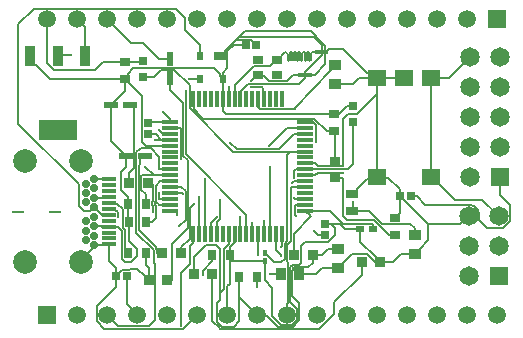
<source format=gtl>
G04*
G04 #@! TF.GenerationSoftware,Altium Limited,Altium Designer,24.2.2 (26)*
G04*
G04 Layer_Physical_Order=1*
G04 Layer_Color=255*
%FSLAX44Y44*%
%MOMM*%
G71*
G04*
G04 #@! TF.SameCoordinates,B7ABE9E6-FD17-4C81-B930-EBB6A9B4DABB*
G04*
G04*
G04 #@! TF.FilePolarity,Positive*
G04*
G01*
G75*
%ADD14R,1.0000X0.9500*%
%ADD15R,1.4750X0.3000*%
%ADD16R,0.3000X1.4750*%
%ADD17R,1.6000X1.4000*%
%ADD18R,0.9000X0.8000*%
%ADD19R,0.4700X0.4400*%
%ADD20R,1.2000X0.3000*%
%ADD21R,1.0000X0.2000*%
%ADD22R,0.9000X0.6500*%
%ADD23R,0.6500X0.9000*%
%ADD24R,0.6400X0.6500*%
%ADD25R,0.9000X0.9500*%
%ADD26R,1.1500X0.5500*%
%ADD27R,3.2000X1.7500*%
%ADD28R,0.9500X1.7500*%
%ADD29R,1.0000X0.7000*%
%ADD30R,0.6000X0.7000*%
%ADD31R,0.8500X0.9500*%
%ADD32R,0.9500X1.0000*%
%ADD33R,0.7000X0.6500*%
%ADD34R,0.5500X1.1500*%
%ADD35R,0.9900X0.7800*%
%ADD36R,0.6500X0.6400*%
%ADD37R,0.4400X0.4700*%
%ADD38R,0.7000X0.6000*%
%ADD71C,0.1270*%
%ADD72R,1.5000X1.5000*%
%ADD73C,1.5000*%
%ADD74C,1.6500*%
%ADD75R,1.6500X1.6500*%
%ADD76C,0.7000*%
%ADD77C,2.0100*%
%ADD78C,0.2540*%
D14*
X657860Y1035430D02*
D03*
Y1019430D02*
D03*
X593090Y1023110D02*
D03*
Y1007110D02*
D03*
X590550Y1162940D02*
D03*
Y1178940D02*
D03*
D15*
X565380Y1130970D02*
D03*
Y1125970D02*
D03*
Y1120970D02*
D03*
Y1115970D02*
D03*
Y1110970D02*
D03*
Y1105970D02*
D03*
Y1100970D02*
D03*
Y1095970D02*
D03*
Y1090970D02*
D03*
Y1085970D02*
D03*
Y1080970D02*
D03*
Y1075970D02*
D03*
Y1070970D02*
D03*
Y1065970D02*
D03*
Y1060970D02*
D03*
Y1055970D02*
D03*
X450620D02*
D03*
Y1060970D02*
D03*
Y1065970D02*
D03*
Y1070970D02*
D03*
Y1075970D02*
D03*
Y1080970D02*
D03*
Y1085970D02*
D03*
Y1090970D02*
D03*
Y1095970D02*
D03*
Y1100970D02*
D03*
Y1105970D02*
D03*
Y1110970D02*
D03*
Y1115970D02*
D03*
Y1120970D02*
D03*
Y1125970D02*
D03*
Y1130970D02*
D03*
D16*
X545500Y1036090D02*
D03*
X540500D02*
D03*
X535500D02*
D03*
X530500D02*
D03*
X525500D02*
D03*
X520500D02*
D03*
X515500D02*
D03*
X510500D02*
D03*
X505500D02*
D03*
X500500D02*
D03*
X495500D02*
D03*
X490500D02*
D03*
X485500D02*
D03*
X480500D02*
D03*
X475500D02*
D03*
X470500D02*
D03*
Y1150850D02*
D03*
X475500D02*
D03*
X480500D02*
D03*
X485500D02*
D03*
X490500D02*
D03*
X495500D02*
D03*
X500500D02*
D03*
X505500D02*
D03*
X510500D02*
D03*
X515500D02*
D03*
X520500D02*
D03*
X525500D02*
D03*
X530500D02*
D03*
X535500D02*
D03*
X540500D02*
D03*
X545500D02*
D03*
D17*
X626470Y1084490D02*
D03*
Y1168490D02*
D03*
X671470Y1084490D02*
D03*
Y1168490D02*
D03*
X648970D02*
D03*
D18*
X541650Y1183540D02*
D03*
X525150D02*
D03*
Y1171040D02*
D03*
X541650D02*
D03*
D19*
X582470Y1189990D02*
D03*
X575770D02*
D03*
X568500Y1170940D02*
D03*
X561800D02*
D03*
D20*
X399230Y1082360D02*
D03*
Y1077360D02*
D03*
Y1072360D02*
D03*
Y1067360D02*
D03*
Y1062360D02*
D03*
Y1057360D02*
D03*
Y1052360D02*
D03*
Y1047360D02*
D03*
Y1042360D02*
D03*
Y1037360D02*
D03*
Y1032360D02*
D03*
Y1027360D02*
D03*
D21*
X353430Y1054860D02*
D03*
X322430D02*
D03*
D22*
X412750Y1182000D02*
D03*
Y1167500D02*
D03*
X590550Y1098180D02*
D03*
Y1083680D02*
D03*
X641350Y1049920D02*
D03*
Y1035420D02*
D03*
X589280Y1137550D02*
D03*
Y1123050D02*
D03*
D23*
X430160Y1061720D02*
D03*
X415660D02*
D03*
X524140Y999490D02*
D03*
X509640D02*
D03*
X430530Y1046480D02*
D03*
X416030D02*
D03*
X430160Y1019810D02*
D03*
X415660D02*
D03*
X501280Y1018540D02*
D03*
X486780D02*
D03*
D24*
X431800Y1129720D02*
D03*
Y1120720D02*
D03*
X581660Y1044630D02*
D03*
Y1035630D02*
D03*
D25*
X416180Y1079500D02*
D03*
X432180D02*
D03*
X613030Y1012190D02*
D03*
X629030D02*
D03*
X448690Y996950D02*
D03*
X432690D02*
D03*
X444120Y1019810D02*
D03*
X460120D02*
D03*
X555500Y1018540D02*
D03*
X571500D02*
D03*
D26*
X429640Y1102360D02*
D03*
X413640D02*
D03*
X416940Y1145540D02*
D03*
X400940D02*
D03*
D27*
X355600Y1124200D02*
D03*
D28*
X332600Y1187200D02*
D03*
X355600D02*
D03*
X378600D02*
D03*
D29*
X493300Y1187130D02*
D03*
D30*
X476300D02*
D03*
Y1167130D02*
D03*
X495300D02*
D03*
D31*
X470790Y1002030D02*
D03*
X486790D02*
D03*
D32*
X560450D02*
D03*
X544450D02*
D03*
D33*
X427990Y1168870D02*
D03*
Y1182370D02*
D03*
X605790Y1131170D02*
D03*
Y1144670D02*
D03*
D34*
X450850Y1168020D02*
D03*
Y1184020D02*
D03*
D35*
X604520Y1055990D02*
D03*
Y1069990D02*
D03*
D36*
X405130Y1000760D02*
D03*
X414130D02*
D03*
X645740Y1068070D02*
D03*
X654740D02*
D03*
X523930Y1196340D02*
D03*
X514930D02*
D03*
D37*
X530860Y1020160D02*
D03*
Y1013460D02*
D03*
D38*
X611720Y1040130D02*
D03*
X622720D02*
D03*
D71*
X712458Y1048493D02*
G03*
X703580Y1060953I-8878J3067D01*
G01*
X571371Y1189990D02*
G03*
X570102Y1188720I0J-1270D01*
G01*
X568324Y1183570D02*
G03*
X570102Y1183570I889J0D01*
G01*
X568324Y1189770D02*
G03*
X566545Y1189770I-889J0D01*
G01*
X564767Y1183570D02*
G03*
X566545Y1183570I889J0D01*
G01*
X564767Y1189770D02*
G03*
X562990Y1189770I-889J0D01*
G01*
X561212Y1183570D02*
G03*
X562990Y1183570I889J0D01*
G01*
X561212Y1189770D02*
G03*
X559434Y1189770I-889J0D01*
G01*
X557655Y1183570D02*
G03*
X559434Y1183570I889J0D01*
G01*
X557655Y1189770D02*
G03*
X555877Y1189770I-889J0D01*
G01*
X554100Y1183570D02*
G03*
X555877Y1183570I889J0D01*
G01*
X554100Y1189770D02*
G03*
X552322Y1189770I-889J0D01*
G01*
X550544Y1183570D02*
G03*
X552322Y1183570I889J0D01*
G01*
X550544Y1188720D02*
G03*
X549273Y1189990I-1270J0D01*
G01*
X441464Y1060970D02*
X450620D01*
X440133Y1062035D02*
X440398D01*
X441464Y1060970D01*
X519303Y1160653D02*
X528447D01*
X528574Y1160182D02*
Y1160526D01*
X528447Y1160653D02*
X528574Y1160526D01*
X513940Y1207770D02*
X570230D01*
X508860Y1202690D02*
X572770D01*
X582470Y1189990D02*
Y1195530D01*
X570230Y1207770D02*
X582470Y1195530D01*
X579263Y1187317D02*
Y1196197D01*
X671470Y1084490D02*
Y1168490D01*
X463550Y1209040D02*
X476300Y1196290D01*
X455930Y1226820D02*
X463550Y1219200D01*
Y1209040D02*
Y1219200D01*
X508860Y1202690D02*
X513940Y1207770D01*
X414991Y1169741D02*
Y1171911D01*
X419862Y1176782D01*
X488451D01*
X412750Y1167500D02*
X414991Y1169741D01*
X506853Y1200683D02*
X508860Y1202690D01*
X497665Y1191495D02*
X506853Y1200683D01*
X494800Y1187130D02*
X497665Y1189995D01*
X582320Y1179669D02*
Y1189990D01*
X497665Y1189995D02*
Y1191495D01*
X493300Y1187130D02*
X494800D01*
X523880Y1196340D02*
X523930D01*
X506853Y1200683D02*
X519537D01*
X523880Y1196340D01*
X572770Y1202690D02*
X579263Y1196197D01*
X667009Y1060953D02*
X703580D01*
X712458Y1047760D02*
Y1048493D01*
X718817Y1041400D02*
X732663D01*
X712458Y1047760D02*
X718817Y1041400D01*
X659892Y1068070D02*
X667009Y1060953D01*
X732663Y1041400D02*
X738378Y1047115D01*
X669290Y1044520D02*
X696259D01*
X703298Y1051560D01*
X703580D01*
X626470Y1084490D02*
Y1154790D01*
X521646Y1178235D02*
X535845D01*
X541150Y1183540D01*
X541650D01*
X571371Y1189990D02*
X574322D01*
X570102Y1183570D02*
Y1188720D01*
X568324Y1183570D02*
Y1189770D01*
X566545Y1183570D02*
Y1189770D01*
X564767Y1183570D02*
Y1189770D01*
X562990Y1183570D02*
Y1189770D01*
X561212Y1183570D02*
Y1189770D01*
X559434Y1183570D02*
Y1189770D01*
X557655Y1183570D02*
Y1189770D01*
X555877Y1183570D02*
Y1189770D01*
X554100Y1183570D02*
Y1189770D01*
X552322Y1183570D02*
Y1189770D01*
X550544Y1183570D02*
Y1188720D01*
X548600Y1189990D02*
X549273D01*
X547686Y1189076D02*
X548600Y1189990D01*
X500500Y1159884D02*
X501142Y1160526D01*
X500500Y1150850D02*
Y1159884D01*
X495300Y1151050D02*
Y1169933D01*
X467614Y1142746D02*
Y1161928D01*
X530860Y1020010D02*
Y1020160D01*
X454538Y1175004D02*
X467614Y1161928D01*
X443522Y1175004D02*
X454538D01*
X466598Y1167130D02*
X476300D01*
X495300Y1169933D02*
Y1172210D01*
X499443Y1176353D01*
Y1190759D01*
X519176Y1160780D02*
X519303Y1160653D01*
X510500Y1156725D02*
X516968Y1163193D01*
X560220D01*
X505500Y1162090D02*
X521646Y1178235D01*
X431800Y1129720D02*
X434365Y1130970D01*
X450620D01*
X444075Y1121835D02*
X450620Y1120970D01*
X441452Y1124458D02*
X444075Y1121835D01*
X438658Y1120720D02*
X443408Y1115970D01*
X431800Y1120720D02*
X438658D01*
X403998Y1056495D02*
X406433Y1054364D01*
X399230Y1057360D02*
X403998Y1056495D01*
X406519Y1054278D02*
X407055Y1053590D01*
X406433Y1054364D02*
X406519Y1054278D01*
X407055Y1053590D02*
X407162Y1050860D01*
X411129Y1041292D02*
Y1056991D01*
X406322Y1061798D02*
X411129Y1056991D01*
Y1041292D02*
X413045Y1039375D01*
X441452Y1066224D02*
Y1070610D01*
X441706Y1065970D02*
X450620D01*
X441452Y1066224D02*
X441706Y1065970D01*
X435942Y1063771D02*
X436372Y1064201D01*
X437720Y1061036D02*
Y1063035D01*
X432180Y1079500D02*
X434340D01*
X436372Y1064201D02*
Y1077468D01*
X435229Y1046480D02*
X438785Y1050036D01*
X437720Y1063035D02*
X438658Y1063973D01*
Y1076906D01*
X434340Y1079500D02*
X436372Y1077468D01*
X438658Y1076906D02*
X442722Y1080970D01*
X436372Y1054862D02*
Y1059869D01*
X437720Y1061036D02*
X438785Y1059971D01*
X435942Y1060299D02*
X436372Y1059869D01*
X438785Y1050036D02*
Y1059971D01*
X435942Y1060299D02*
Y1063771D01*
X450850Y1157986D02*
X462026Y1146810D01*
X459994Y1099566D02*
Y1125208D01*
X462026Y1102360D02*
X465836Y1098550D01*
X462026Y1102360D02*
Y1146810D01*
X574548Y1113917D02*
Y1128268D01*
X501904Y1113536D02*
X507492Y1107948D01*
X505500Y1150850D02*
Y1162090D01*
X499443Y1190759D02*
X505024Y1196340D01*
X512390D02*
X514930Y1193800D01*
X512390Y1196340D02*
X514930D01*
X505024D02*
X512390D01*
X565293Y1173623D02*
X578317Y1186647D01*
X578594D01*
X565293Y1168267D02*
Y1173623D01*
X578594Y1186647D02*
X579263Y1187317D01*
X568500Y1170940D02*
X573591D01*
X582320Y1179669D01*
X530811Y1169719D02*
X534633Y1165897D01*
X549693D02*
X554736Y1170940D01*
X534633Y1165897D02*
X549693D01*
X510500Y1150850D02*
Y1156725D01*
X560220Y1163193D02*
X565293Y1168267D01*
X554736Y1170940D02*
X561800D01*
X621134Y1168490D02*
Y1170286D01*
X645740Y1068070D02*
Y1068070D01*
Y1054310D02*
Y1068070D01*
X657860Y1019430D02*
X658110D01*
X646812D02*
X657860D01*
X593090Y1007110D02*
X593340D01*
X579120D02*
X593090D01*
X432690Y997200D02*
Y1007110D01*
Y996950D02*
Y997200D01*
X399034Y1013206D02*
Y1027360D01*
X493442Y1169995D02*
Y1171791D01*
Y1169995D02*
X493504Y1169933D01*
X488451Y1176782D02*
X493442Y1171791D01*
X493504Y1169933D02*
X495300D01*
X529635Y1151715D02*
Y1159121D01*
X528574Y1160182D02*
X529635Y1159121D01*
Y1151715D02*
X530500Y1150850D01*
X524510Y967740D02*
X525551Y966699D01*
X509640Y982610D02*
X524510Y967740D01*
X415660Y1061720D02*
Y1067308D01*
Y1046850D02*
Y1061720D01*
X495300Y1151050D02*
X495500Y1150850D01*
X437388Y1168870D02*
X443522Y1175004D01*
X519430Y1165860D02*
X521245Y1167675D01*
X519430Y1165860D02*
X519430D01*
X521245Y1167675D02*
X521285D01*
X524650Y1171040D01*
X574322Y1189990D02*
X575770D01*
X542150Y1183540D02*
X547686Y1189076D01*
X584185Y1191555D02*
Y1191705D01*
X585010Y1192530D01*
X597094D02*
X617309Y1172315D01*
X585010Y1192530D02*
X597094D01*
X582620Y1189990D02*
X584185Y1191555D01*
X611086Y1168490D02*
X621134D01*
X617309Y1172315D02*
X619105D01*
X621134Y1170286D01*
Y1168490D02*
X626470D01*
X557027Y1142628D02*
X586751Y1174825D01*
X524650Y1171040D02*
X525971Y1169719D01*
X530811D01*
X373380Y1060069D02*
Y1078230D01*
X322543Y1129067D02*
X373380Y1078230D01*
Y1060069D02*
X377825Y1055624D01*
X322543Y1129067D02*
Y1214083D01*
X413045Y1022425D02*
Y1039375D01*
X403730Y1042360D02*
X406710D01*
X410210Y1014730D02*
Y1038860D01*
X413045Y1022425D02*
X415660Y1019810D01*
X410210Y1014730D02*
X412750Y1012190D01*
X406710Y1042360D02*
X410210Y1038860D01*
X399230Y1042360D02*
X403730D01*
X415660Y1046850D02*
X416030Y1046480D01*
Y1030500D02*
Y1046480D01*
X399230Y1062360D02*
X399791Y1061798D01*
X406322D01*
X394092Y1182000D02*
X427620D01*
X427990Y1182370D01*
X437134Y1011936D02*
Y1022350D01*
Y1011936D02*
X438404Y1010666D01*
Y963676D02*
Y1010666D01*
X422311Y1037173D02*
X437134Y1022350D01*
X422311Y1037173D02*
Y1105145D01*
X416180Y1088010D02*
X420533Y1092363D01*
X422311Y1105145D02*
X425450Y1108303D01*
X418418Y1145540D02*
X420533Y1143425D01*
X416940Y1145540D02*
X418418D01*
X420533Y1092363D02*
Y1143425D01*
X439420Y1019810D02*
X444120D01*
X416180Y1079500D02*
Y1088010D01*
X424759Y1086698D02*
X425232Y1102360D01*
X424759Y1039170D02*
X439166Y1024763D01*
X439420Y1019810D01*
X424759Y1039170D02*
Y1086698D01*
X425232Y1102360D02*
X429640D01*
X426537Y1073658D02*
X430160Y1070034D01*
X426537Y1085342D02*
X427164Y1085970D01*
X425450Y1108303D02*
X426194Y1109047D01*
X426537Y1073658D02*
Y1085342D01*
X430160Y1061720D02*
Y1070034D01*
X426194Y1109047D02*
X434340D01*
X427164Y1085970D02*
X437268D01*
X434340Y1109047D02*
X441706Y1101681D01*
X430022Y1093216D02*
X437268Y1085970D01*
X427228Y1114425D02*
Y1153022D01*
Y1114425D02*
X430683Y1110970D01*
X450620D01*
X388867Y962413D02*
X395351Y955929D01*
X461899D01*
X388867Y962413D02*
Y975420D01*
X405130Y991683D02*
Y1000760D01*
X388867Y975420D02*
X405130Y991683D01*
X432816Y958088D02*
X438404Y963676D01*
X397510Y967740D02*
X407162Y958088D01*
X432816D01*
X461899Y955929D02*
X473710Y967740D01*
X459994Y958342D02*
Y1003300D01*
X473710Y967740D02*
Y967740D01*
X459994Y1003300D02*
X467614Y1010920D01*
Y1025652D01*
X470500Y1028538D01*
X375230Y1012160D02*
Y1013809D01*
X386730Y1025310D01*
Y1026860D01*
X399034Y1013206D02*
X405130Y1007110D01*
Y1000760D02*
Y1007110D01*
X422910Y1017270D02*
Y1023620D01*
X416030Y1030500D02*
X422910Y1023620D01*
X417830Y1012190D02*
X422910Y1017270D01*
X412750Y1012190D02*
X417830D01*
X393184Y1042360D02*
X399230D01*
X410216Y1005932D02*
X410728Y1005941D01*
X422930Y1006161D01*
X405130Y1000760D02*
X407649Y1003325D01*
X409849Y1005564D02*
X410216Y1005932D01*
X407649Y1003325D02*
X409849Y1005564D01*
X428575Y1001065D02*
X428825D01*
X423851Y1005789D02*
X428575Y1001065D01*
X423479Y1006161D02*
X423851Y1005789D01*
X422930Y1006161D02*
X423479D01*
X428825Y1001065D02*
X432690Y997200D01*
X481076Y1026668D02*
X489712D01*
X493014Y985774D02*
Y1023366D01*
X489712Y1026668D02*
X493014Y1023366D01*
X470790Y1016382D02*
X481076Y1026668D01*
X486790Y962280D02*
X492760Y956310D01*
X486790Y962280D02*
Y1002030D01*
X493014Y980186D02*
Y985774D01*
X490220Y977392D02*
X493014Y980186D01*
X490220Y962025D02*
Y977392D01*
Y962025D02*
X494919Y957326D01*
X504814D01*
X493504Y955541D02*
X577081D01*
X492760Y956285D02*
Y956310D01*
Y956285D02*
X493504Y955541D01*
X577081D02*
X589890Y968350D01*
Y978560D01*
X533171Y966699D02*
X542551Y957319D01*
X554729D01*
X525551Y966699D02*
X533171D01*
X537210Y966470D02*
Y990600D01*
X544583Y959097D02*
X553992D01*
X537210Y966470D02*
X544583Y959097D01*
X530860Y996950D02*
X537210Y990600D01*
X553992Y959097D02*
X554736Y959841D01*
X560331Y962921D02*
Y977398D01*
X554736Y959866D02*
X558553Y963683D01*
X554729Y957319D02*
X560331Y962921D01*
X554736Y959841D02*
Y959866D01*
X558553Y963683D02*
Y972305D01*
X554495Y983234D02*
X560331Y977398D01*
X552704Y978154D02*
X558553Y972305D01*
X547878Y1015238D02*
Y1027976D01*
X561594Y1011664D02*
Y1025652D01*
X552779Y1008240D02*
X554697Y1010158D01*
X552779Y1006169D02*
Y1008240D01*
X532575Y1018445D02*
X538830Y1012190D01*
X552704Y978154D02*
Y1006094D01*
X552779Y1006169D01*
X530860Y996950D02*
Y1013460D01*
X544830Y1012190D02*
X547878Y1015238D01*
X560088Y1010158D02*
X561594Y1011664D01*
X532425Y1018445D02*
X532575D01*
X554697Y1010158D02*
X560088D01*
X538830Y1012190D02*
X544830D01*
X530860Y1020010D02*
X532425Y1018445D01*
X549910Y976884D02*
X550926Y977900D01*
X549656Y1013206D02*
X550926Y1011936D01*
X549910Y967740D02*
Y976884D01*
X535686Y1002030D02*
X544450D01*
X550926Y977900D02*
Y1011936D01*
X501534Y1013460D02*
X530860D01*
X554495Y983234D02*
Y1005370D01*
X554557Y1007503D02*
X555434Y1008380D01*
X568071D01*
X554557Y1005433D02*
Y1007503D01*
X554495Y1005370D02*
X554557Y1005433D01*
X549656Y1027176D02*
X552958Y1030478D01*
X549656Y1013206D02*
Y1027176D01*
X552958Y1030478D02*
Y1075716D01*
X547878Y1027976D02*
X549910Y1030008D01*
Y1103430D01*
X540500Y1022477D02*
X544945Y1018032D01*
Y1017691D02*
Y1018032D01*
X540500Y1022477D02*
Y1036090D01*
X544830Y1025234D02*
X545500Y1025904D01*
X544830Y1024890D02*
Y1025234D01*
X545500Y1025904D02*
Y1036090D01*
X549910Y1103430D02*
X552450Y1105970D01*
X565380Y1055970D02*
X586648D01*
X555500Y1018540D02*
Y1036160D01*
X565380Y1055970D02*
X570345Y1051005D01*
X552958Y1075716D02*
X553212Y1075970D01*
X556328Y1065970D02*
X565380D01*
X554282Y1079500D02*
X555752Y1080970D01*
X555659Y1066639D02*
X556328Y1065970D01*
X553212Y1075970D02*
X565380D01*
X555500Y1036160D02*
X570345Y1051005D01*
X555752Y1080970D02*
X565380D01*
X593340Y1007110D02*
X597455Y1011225D01*
Y1011475D01*
X605155Y1019175D01*
X617601D01*
X624915Y1016305D02*
X625165D01*
X611720Y1029500D02*
X624915Y1016305D01*
X611720Y1029500D02*
Y1040130D01*
X629030Y1012190D02*
Y1012440D01*
X625165Y1016305D02*
X629030Y1012440D01*
X624586Y1012190D02*
X629030D01*
X658110Y1019430D02*
X662225Y1023545D01*
Y1023795D01*
X669290Y1030860D02*
Y1044520D01*
X662225Y1023795D02*
X669290Y1030860D01*
X645790Y1068070D02*
X648355Y1065505D01*
X645740Y1068070D02*
X645790D01*
X648355Y1065455D02*
Y1065505D01*
Y1065455D02*
X669290Y1044520D01*
X635631Y1083949D02*
X645740Y1073840D01*
Y1068070D02*
Y1073840D01*
X626470Y1084490D02*
X627011Y1083949D01*
X635631D01*
X617309Y1082779D02*
X624759D01*
X604520Y1069990D02*
X605570D01*
X608835Y1073255D01*
Y1074305D02*
X617309Y1082779D01*
X608835Y1073255D02*
Y1074305D01*
X624759Y1082779D02*
X626470Y1084490D01*
X609346Y1137666D02*
X626470Y1154790D01*
X601599Y1137666D02*
X609346D01*
X626470Y1154790D02*
Y1168490D01*
X586751Y1174825D02*
X590550Y1178940D01*
X556637Y1142238D02*
X557027Y1142628D01*
X476300Y1187130D02*
Y1196290D01*
X397510Y1217930D02*
X417830Y1197610D01*
X427990D02*
X441580Y1184020D01*
X450850D01*
X417830Y1197610D02*
X427990D01*
X348880Y1167500D02*
X412750D01*
X336715Y1179085D02*
X337295D01*
X332600Y1183200D02*
Y1187200D01*
X337295Y1179085D02*
X348880Y1167500D01*
X332600Y1183200D02*
X336715Y1179085D01*
X322543Y1214083D02*
X335280Y1226820D01*
X455930D01*
X526770Y1142238D02*
X556637D01*
X590550Y1098180D02*
Y1121780D01*
X589280Y1123050D02*
X590550Y1121780D01*
X470500Y1150850D02*
X471304Y1150046D01*
X504390Y1105970D02*
X552450D01*
X467614Y1142746D02*
X504390Y1105970D01*
X471304Y1141570D02*
X479018Y1133856D01*
X471304Y1141570D02*
Y1150046D01*
X479018Y1133856D02*
X573140D01*
X605536Y1055990D02*
X619203D01*
X604520D02*
X605536D01*
Y1062990D01*
X355600Y1187450D02*
X367030D01*
X438510Y1115970D02*
X443408D01*
X509640Y982610D02*
Y999490D01*
Y962152D02*
Y982610D01*
X493014Y985774D02*
X496570Y989330D01*
X587066Y1044630D02*
X594361D01*
X399034Y1027360D02*
X399230D01*
X393184D02*
X399034D01*
X501280Y994040D02*
Y1013714D01*
X452120Y996950D02*
Y1027684D01*
X456438Y1052322D02*
Y1055970D01*
X355600Y1187200D02*
Y1187450D01*
X414130Y976520D02*
Y1000760D01*
Y976520D02*
X422910Y967740D01*
X412750Y1157350D02*
Y1167500D01*
X400940Y1145540D02*
X412750Y1157350D01*
X400940Y1115060D02*
Y1145540D01*
Y1115060D02*
X413640Y1102360D01*
X478790Y1001776D02*
Y1005205D01*
X486780Y1013195D01*
Y1018540D01*
X378600Y1187200D02*
Y1211440D01*
X372110Y1217930D02*
X378600Y1211440D01*
X561594Y1025652D02*
X565150Y1029208D01*
X584454D01*
X590296Y1035050D01*
Y1041400D01*
X587066Y1044630D02*
X590296Y1041400D01*
X581660Y1044630D02*
X587066D01*
X641350Y1049920D02*
X645740Y1054310D01*
X437268Y1085970D02*
X450620D01*
X427990Y1168870D02*
X437388D01*
X525500Y1143508D02*
X526770Y1142238D01*
X525500Y1143508D02*
Y1150850D01*
X450850Y1157986D02*
Y1168020D01*
X465836Y1041400D02*
Y1098550D01*
X452120Y1027684D02*
X465836Y1041400D01*
X448690Y996950D02*
X452120D01*
X565380Y1130970D02*
X571846D01*
X574548Y1128268D01*
X565380Y1085970D02*
X573652D01*
X575818Y1088136D01*
X597154D01*
X530500Y1036090D02*
Y1046882D01*
X525500Y1018540D02*
Y1036090D01*
X480500D02*
Y1083124D01*
X485500Y1036090D02*
Y1045570D01*
X490220Y1050290D01*
X492760Y1048486D02*
Y1065246D01*
X490500Y1046226D02*
X492760Y1048486D01*
X490500Y1036090D02*
Y1046226D01*
X671470Y1168490D02*
X687160D01*
X704850Y1186180D01*
X441960Y1090970D02*
X450620D01*
X441706Y1091224D02*
X441960Y1090970D01*
X441706Y1091224D02*
Y1101681D01*
X377825Y1055624D02*
X383494D01*
X386730Y1058860D01*
X557530Y1090970D02*
X565380D01*
X555752Y1089192D02*
X557530Y1090970D01*
X555752Y1083818D02*
Y1089192D01*
X572770Y1038606D02*
X575746Y1035630D01*
X581660D01*
X589890Y978560D02*
X613030Y1001700D01*
Y1012190D01*
X515500Y1036090D02*
Y1052315D01*
X464058Y1103757D02*
X515500Y1052315D01*
X464058Y1103757D02*
Y1157224D01*
X450620Y1125970D02*
X459232D01*
X459994Y1125208D01*
X535500Y1036090D02*
Y1092962D01*
X475500Y1036090D02*
Y1067538D01*
X460120Y1019810D02*
Y1024762D01*
X467614Y1032256D01*
Y1057910D01*
X470916Y1061212D01*
X498156Y1137550D02*
X589280D01*
X495500Y1140206D02*
X498156Y1137550D01*
X495500Y1140206D02*
Y1150850D01*
X552450Y1105970D02*
X565380D01*
X458724Y1042670D02*
X464058Y1048004D01*
Y1072287D01*
X460375Y1075970D02*
X464058Y1072287D01*
X450620Y1075970D02*
X460375D01*
X460777Y1070970D02*
X461645Y1070102D01*
X450620Y1070970D02*
X460777D01*
X450620Y1130970D02*
Y1133832D01*
X444754Y1139698D02*
X450620Y1133832D01*
X524140Y991362D02*
Y999490D01*
X557022Y1060970D02*
X565380D01*
X556768Y1060716D02*
X557022Y1060970D01*
X556768Y1052068D02*
Y1060716D01*
Y1052068D02*
X557276Y1051560D01*
X520192Y1045718D02*
X520500Y1045410D01*
Y1036090D02*
Y1045410D01*
X430530Y1046480D02*
X435229D01*
X442722Y1080970D02*
X450620D01*
Y1055970D02*
X456438D01*
X470790Y1002030D02*
Y1016382D01*
X501280Y1013714D02*
X501534Y1013460D01*
X501280Y1013714D02*
Y1018540D01*
X510500Y1036090D02*
Y1050544D01*
X470500Y1028538D02*
Y1036090D01*
X568071Y1008380D02*
X571500Y1011809D01*
Y1018540D01*
X507492Y1107948D02*
X542984D01*
X556006Y1120970D01*
X565380D01*
X550152Y1125970D02*
X565380D01*
X534670Y1110488D02*
X550152Y1125970D01*
X443408Y1115970D02*
X450620D01*
X500500Y1027430D02*
Y1036090D01*
X496570Y1023500D02*
X500500Y1027430D01*
X496570Y989330D02*
Y1023500D01*
X504814Y957326D02*
X509640Y962152D01*
X412750Y1167500D02*
X427228Y1153022D01*
X565380Y1095970D02*
X573572D01*
X575818Y1093724D01*
X597154D01*
X597408Y1093978D01*
Y1133475D01*
X601599Y1137666D01*
X586648Y1055970D02*
X597662Y1044956D01*
X622466D01*
X622720Y1044702D01*
Y1040130D02*
Y1044702D01*
X635979Y1035420D02*
X641350D01*
X623649Y1047750D02*
X635979Y1035420D01*
X601091Y1047750D02*
X623649D01*
X597662Y1051179D02*
X601091Y1047750D01*
X597662Y1051179D02*
Y1083426D01*
X597408Y1083680D02*
X597662Y1083426D01*
X590550Y1083680D02*
X597408D01*
X605790Y1095375D02*
Y1131170D01*
X601385Y1090970D02*
X605790Y1095375D01*
X565380Y1090970D02*
X601385D01*
X598861Y1040130D02*
X611720D01*
X594361Y1044630D02*
X598861Y1040130D01*
X657860Y1035430D02*
Y1041400D01*
X654304Y1044956D02*
X657860Y1041400D01*
X630237Y1044956D02*
X654304D01*
X619203Y1055990D02*
X630237Y1044956D01*
X573140Y1133856D02*
X583946Y1123050D01*
X589280D01*
X715289Y1065251D02*
X728980Y1051560D01*
X691987Y1065251D02*
X715289D01*
X672748Y1084490D02*
X691987Y1065251D01*
X671470Y1084490D02*
X672748D01*
X654740Y1068070D02*
X659892D01*
X738378Y1047115D02*
Y1060958D01*
X730250Y1069086D02*
X738378Y1060958D01*
X730250Y1069086D02*
Y1084580D01*
X393230Y1052360D02*
X399230D01*
X386730Y1058860D02*
X393230Y1052360D01*
X574040Y1002030D02*
X579120Y1007110D01*
X560450Y1002030D02*
X574040D01*
X617601Y1019175D02*
X624586Y1012190D01*
X346710Y1180719D02*
Y1217930D01*
Y1180719D02*
X352425Y1175004D01*
X387096D01*
X394092Y1182000D01*
X600972Y1144670D02*
X605790D01*
X593852Y1137550D02*
X600972Y1144670D01*
X589280Y1137550D02*
X593852D01*
X584452Y1023110D02*
X593090D01*
X579882Y1018540D02*
X584452Y1023110D01*
X571500Y1018540D02*
X579882D01*
X392684Y1042860D02*
X393184Y1042360D01*
X386730Y1042860D02*
X392684D01*
X393184Y1067360D02*
X399230D01*
X392684Y1066860D02*
X393184Y1067360D01*
X386730Y1066860D02*
X392684D01*
X413640Y1092836D02*
Y1102360D01*
X409448Y1088644D02*
X413640Y1092836D01*
X409448Y1073520D02*
Y1088644D01*
Y1073520D02*
X415660Y1067308D01*
X626470Y1168490D02*
X648970D01*
X605536Y1162940D02*
X611086Y1168490D01*
X590550Y1162940D02*
X605536D01*
X392684Y1026860D02*
X393184Y1027360D01*
X386730Y1026860D02*
X392684D01*
X393184Y1082360D02*
X399230D01*
X392684Y1082860D02*
X393184Y1082360D01*
X386730Y1082860D02*
X392684D01*
X430160Y1009640D02*
Y1019810D01*
Y1009640D02*
X432690Y1007110D01*
X499110Y991870D02*
X501280Y994040D01*
X499110Y967740D02*
Y991870D01*
X505500Y1029364D02*
Y1036090D01*
X501280Y1025144D02*
X505500Y1029364D01*
X501280Y1018540D02*
Y1025144D01*
X639572Y1012190D02*
X646812Y1019430D01*
X629030Y1012190D02*
X639572D01*
D72*
X727710Y1217930D02*
D03*
X346710Y967740D02*
D03*
D73*
X702310Y1217930D02*
D03*
X676910D02*
D03*
X651510D02*
D03*
X626110D02*
D03*
X600710D02*
D03*
X575310D02*
D03*
X549910D02*
D03*
X524510D02*
D03*
X499110D02*
D03*
X473710D02*
D03*
X448310D02*
D03*
X422910D02*
D03*
X397510D02*
D03*
X372110D02*
D03*
X346710D02*
D03*
X727710Y967740D02*
D03*
X702310D02*
D03*
X676910D02*
D03*
X651510D02*
D03*
X626110D02*
D03*
X600710D02*
D03*
X575310D02*
D03*
X549910D02*
D03*
X524510D02*
D03*
X499110D02*
D03*
X473710D02*
D03*
X448310D02*
D03*
X422910D02*
D03*
X397510D02*
D03*
X372110D02*
D03*
D74*
X704850Y1186180D02*
D03*
X730250D02*
D03*
X704850Y1160780D02*
D03*
X730250D02*
D03*
X704850Y1135380D02*
D03*
X730250D02*
D03*
X704850Y1109980D02*
D03*
X730250D02*
D03*
X704850Y1084580D02*
D03*
X703580Y1051560D02*
D03*
X728980D02*
D03*
X703580Y1026160D02*
D03*
X728980D02*
D03*
X703580Y1000760D02*
D03*
D75*
X730250Y1084580D02*
D03*
X728980Y1000760D02*
D03*
D76*
X386730Y1026860D02*
D03*
X379730Y1030860D02*
D03*
Y1038860D02*
D03*
X386730Y1042860D02*
D03*
X379730Y1046860D02*
D03*
X386730Y1050860D02*
D03*
Y1058860D02*
D03*
X379730Y1062860D02*
D03*
X386730Y1066860D02*
D03*
X379730Y1070860D02*
D03*
Y1078860D02*
D03*
X386730Y1082860D02*
D03*
Y1074860D02*
D03*
Y1034860D02*
D03*
D77*
X375230Y1097560D02*
D03*
Y1012160D02*
D03*
X327930Y1097560D02*
D03*
Y1012160D02*
D03*
D78*
X440133Y1062035D02*
D03*
X528574Y1160526D02*
D03*
X501142D02*
D03*
X466598Y1167130D02*
D03*
X519176Y1160780D02*
D03*
X441452Y1070610D02*
D03*
X436372Y1054862D02*
D03*
X459994Y1099566D02*
D03*
X574548Y1113917D02*
D03*
X501904Y1113536D02*
D03*
X519430Y1165860D02*
D03*
X430022Y1093216D02*
D03*
X535686Y1002030D02*
D03*
X544945Y1017691D02*
D03*
X544830Y1024890D02*
D03*
X555659Y1066639D02*
D03*
X554282Y1079500D02*
D03*
X478790Y1001776D02*
D03*
X597154Y1088136D02*
D03*
X530500Y1046882D02*
D03*
X525500Y1018540D02*
D03*
X480500Y1083124D02*
D03*
X490220Y1050290D02*
D03*
X492760Y1065246D02*
D03*
X441452Y1124458D02*
D03*
X407162Y1050860D02*
D03*
X555752Y1083818D02*
D03*
X572770Y1038606D02*
D03*
X438510Y1115970D02*
D03*
X367030Y1187450D02*
D03*
X464058Y1157224D02*
D03*
X535500Y1092962D02*
D03*
X475500Y1067538D02*
D03*
X470916Y1061212D02*
D03*
X605536Y1062990D02*
D03*
X458724Y1042670D02*
D03*
X461645Y1070102D02*
D03*
X444754Y1139698D02*
D03*
X524140Y991362D02*
D03*
X557276Y1051560D02*
D03*
X520192Y1045718D02*
D03*
X456438Y1052322D02*
D03*
X510500Y1050544D02*
D03*
X459994Y958342D02*
D03*
X534670Y1110488D02*
D03*
M02*

</source>
